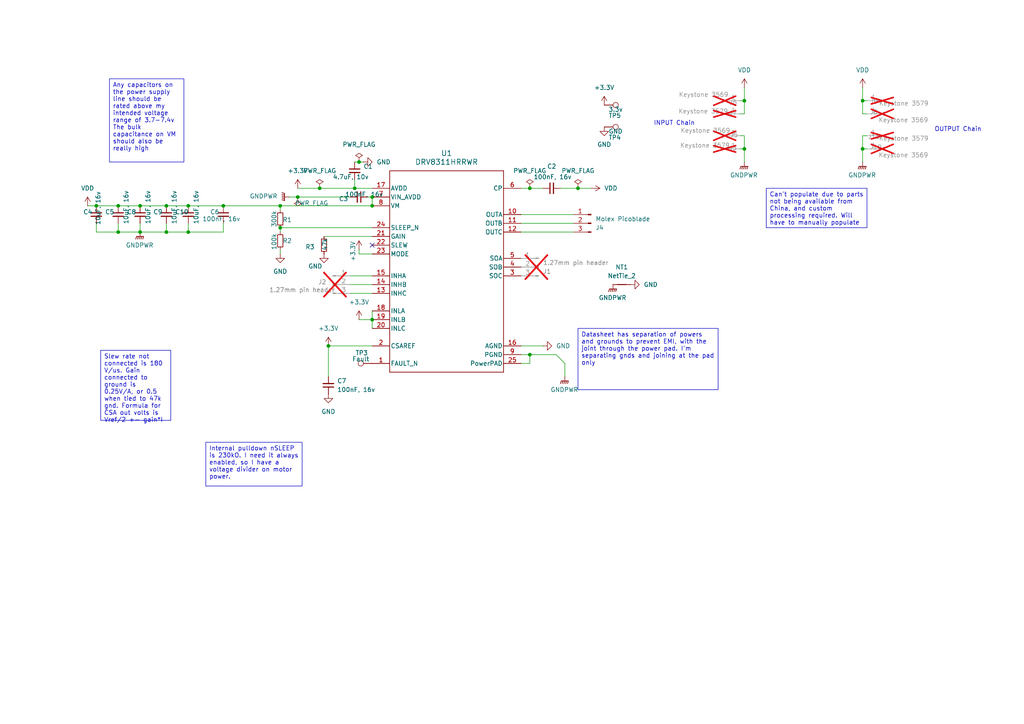
<source format=kicad_sch>
(kicad_sch (version 20231120) (generator "eeschema") (generator_version "8.0")
  (paper "A4")
  (title_block (date "2024-08-17") (rev "V1"))
  (lib_symbols
    (symbol "Connector:Conn_01x01_Pin" (pin_names (offset 1.016) hide)
      (property "Reference" "J" (at 0 2.54 0))
      (property "Value" "Conn_01x01_Pin" (at 0 -2.54 0))
      (symbol "Conn_01x01_Pin_1_1"
        (polyline (pts (xy 1.27 0) (xy 0.8636 0)) (stroke (width 0.1524)))
        (rectangle (start 0.8636 0.127) (end 0 -0.127) (stroke (width 0.1524)) (fill (type outline)))
        (pin passive line (at 5.08 0 180) (length 3.81) (name "Pin_1") (number "1"))
      )
    )
    (symbol "Connector:Conn_01x01_Socket" (pin_names (offset 1.016) hide)
      (property "Reference" "J" (at 0 2.54 0))
      (property "Value" "Conn_01x01_Socket" (at 0 -2.54 0))
      (symbol "Conn_01x01_Socket_1_1"
        (polyline (pts (xy -1.27 0) (xy -0.508 0)) (stroke (width 0.1524)))
        (arc (start 0 0.508) (mid -0.5058 0) (end 0 -0.508) (stroke (width 0.1524)))
        (pin passive line (at -5.08 0 0) (length 3.81) (name "Pin_1") (number "1"))
      )
    )
    (symbol "Connector:Conn_01x03_Pin" (pin_names (offset 1.016) hide)
      (property "Reference" "J" (at 0 5.08 0))
      (property "Value" "Conn_01x03_Pin" (at 0 -5.08 0))
      (symbol "Conn_01x03_Pin_1_1"
        (polyline (pts (xy 1.27 -2.54) (xy 0.8636 -2.54)) (stroke (width 0.1524)))
        (polyline (pts (xy 1.27 0) (xy 0.8636 0)) (stroke (width 0.1524)))
        (polyline (pts (xy 1.27 2.54) (xy 0.8636 2.54)) (stroke (width 0.1524)))
        (rectangle (start 0.8636 -2.413) (end 0 -2.667) (stroke (width 0.1524)) (fill (type outline)))
        (rectangle (start 0.8636 0.127) (end 0 -0.127) (stroke (width 0.1524)) (fill (type outline)))
        (rectangle (start 0.8636 2.667) (end 0 2.413) (stroke (width 0.1524)) (fill (type outline)))
        (pin passive line (at 5.08 2.54 180) (length 3.81) (name "Pin_1") (number "1"))
        (pin passive line (at 5.08 0 180) (length 3.81) (name "Pin_2") (number "2"))
        (pin passive line (at 5.08 -2.54 180) (length 3.81) (name "Pin_3") (number "3"))
      )
    )
    (symbol "Connector:TestPoint" (pin_numbers hide) (pin_names (offset 0.762) hide)
      (property "Reference" "TP" (at 0 6.858 0))
      (property "Value" "TestPoint" (at 0 5.08 0))
      (symbol "TestPoint_0_1"
        (circle (center 0 3.302) (radius 0.762))
      )
      (symbol "TestPoint_1_1"
        (pin passive line (at 0 0 90) (length 2.54) (name "1") (number "1"))
      )
    )
    (symbol "Device:C_Small" (pin_numbers hide) (pin_names (offset 0.254) hide)
      (property "Reference" "C" (at 0.254 1.778 0))
      (property "Value" "C_Small" (at 0.254 -2.032 0))
      (symbol "C_Small_0_1"
        (polyline (pts (xy -1.524 -0.508) (xy 1.524 -0.508)) (stroke (width 0.3302)))
        (polyline (pts (xy -1.524 0.508) (xy 1.524 0.508)) (stroke (width 0.3048)))
      )
      (symbol "C_Small_1_1"
        (pin passive line (at 0 2.54 270) (length 2.032) (name "~") (number "1"))
        (pin passive line (at 0 -2.54 90) (length 2.032) (name "~") (number "2"))
      )
    )
    (symbol "Device:NetTie_2" (pin_numbers hide) (pin_names (offset 0) hide) (in_bom no)
      (property "Reference" "NT" (at 0 1.27 0))
      (property "Value" "NetTie_2" (at 0 -1.27 0))
      (symbol "NetTie_2_0_1"
        (polyline (pts (xy -1.27 0) (xy 1.27 0)) (stroke (width 0.254)))
      )
      (symbol "NetTie_2_1_1"
        (pin passive line (at -2.54 0 0) (length 2.54) (name "1") (number "1"))
        (pin passive line (at 2.54 0 180) (length 2.54) (name "2") (number "2"))
      )
    )
    (symbol "Device:R_Small" (pin_numbers hide) (pin_names (offset 0.254) hide)
      (property "Reference" "R" (at 0.762 0.508 0))
      (property "Value" "R_Small" (at 0.762 -1.016 0))
      (symbol "R_Small_0_1"
        (rectangle (start -0.762 1.778) (end 0.762 -1.778) (stroke (width 0.2032)))
      )
      (symbol "R_Small_1_1"
        (pin passive line (at 0 2.54 270) (length 0.762) (name "~") (number "1"))
        (pin passive line (at 0 -2.54 90) (length 0.762) (name "~") (number "2"))
      )
    )
    (symbol "custom_Driver_Motor:DRV8311HRRWR" (pin_names (offset 0.254))
      (property "Reference" "U" (at 21.59 -2.794 0))
      (property "Value" "DRV8311HRRWR" (at 21.082 -22.352 0))
      (symbol "DRV8311HRRWR_0_1"
        (polyline (pts (xy 5.08 -53.34) (xy 38.1 -53.34)) (stroke (width 0.2032)))
        (polyline (pts (xy 5.08 5.08) (xy 5.08 -53.34)) (stroke (width 0.2032)))
        (polyline (pts (xy 38.1 -53.34) (xy 38.1 5.08)) (stroke (width 0.2032)))
        (polyline (pts (xy 38.1 5.08) (xy 5.08 5.08)) (stroke (width 0.2032)))
        (pin open_collector line (at 0 -50.8 0) (length 5.08) (name "FAULT_N") (number "1"))
        (pin input line (at 0 -30.48 0) (length 5.08) (name "INHC") (number "13"))
        (pin input line (at 0 -27.94 0) (length 5.08) (name "INHB") (number "14"))
        (pin input line (at 0 -25.4 0) (length 5.08) (name "INHA") (number "15"))
        (pin power_in line (at 43.18 -45.72 180) (length 5.08) (name "AGND") (number "16"))
        (pin power_in line (at 0 0 0) (length 5.08) (name "AVDD") (number "17"))
        (pin input line (at 0 -35.56 0) (length 5.08) (name "INLA") (number "18"))
        (pin input line (at 0 -38.1 0) (length 5.08) (name "INLB") (number "19"))
        (pin power_in line (at 0 -45.72 0) (length 5.08) (name "CSAREF") (number "2"))
        (pin input line (at 0 -40.64 0) (length 5.08) (name "INLC") (number "20"))
        (pin input line (at 0 -13.97 0) (length 5.08) (name "GAIN") (number "21"))
        (pin input line (at 0 -16.51 0) (length 5.08) (name "SLEW") (number "22"))
        (pin input line (at 0 -19.05 0) (length 5.08) (name "MODE") (number "23"))
        (pin input line (at 0 -11.43 0) (length 5.08) (name "SLEEP_N") (number "24"))
        (pin power_in line (at 43.18 -50.8 180) (length 5.08) (name "PowerPAD") (number "25"))
        (pin power_in line (at 43.18 0 180) (length 5.08) (name "CP") (number "6"))
        (pin power_in line (at 0 -2.54 0) (length 5.08) (name "VIN_AVDD") (number "7"))
        (pin power_in line (at 0 -5.08 0) (length 5.08) (name "VM") (number "8"))
        (pin power_in line (at 43.18 -48.26 180) (length 5.08) (name "PGND") (number "9"))
      )
      (symbol "DRV8311HRRWR_1_1"
        (pin output line (at 43.18 -7.62 180) (length 5.08) (name "OUTA") (number "10"))
        (pin output line (at 43.18 -10.16 180) (length 5.08) (name "OUTB") (number "11"))
        (pin output line (at 43.18 -12.7 180) (length 5.08) (name "OUTC") (number "12"))
        (pin output line (at 43.18 -25.4 180) (length 5.08) (name "SOC") (number "3"))
        (pin output line (at 43.18 -22.86 180) (length 5.08) (name "SOB") (number "4"))
        (pin output line (at 43.18 -20.32 180) (length 5.08) (name "SOA") (number "5"))
      )
    )
    (symbol "power:+3.3V" (power) (pin_numbers hide) (pin_names (offset 0) hide)
      (property "Value" "+3.3V" (at 0 3.556 0))
      (symbol "+3.3V_0_1"
        (polyline (pts (xy -0.762 1.27) (xy 0 2.54)))
        (polyline (pts (xy 0 0) (xy 0 2.54)))
        (polyline (pts (xy 0 2.54) (xy 0.762 1.27)))
      )
      (symbol "+3.3V_1_1"
        (pin power_in line (at 0 0 90) (length 0) (name "~") (number "1"))
      )
    )
    (symbol "power:GND" (power) (pin_numbers hide) (pin_names (offset 0) hide)
      (property "Value" "GND" (at 0 -3.81 0))
      (symbol "GND_0_1"
        (polyline (pts (xy 0 0) (xy 0 -1.27) (xy 1.27 -1.27) (xy 0 -2.54) (xy -1.27 -1.27) (xy 0 -1.27)))
      )
      (symbol "GND_1_1"
        (pin power_in line (at 0 0 270) (length 0) (name "~") (number "1"))
      )
    )
    (symbol "power:GNDPWR" (power) (pin_numbers hide) (pin_names (offset 0) hide)
      (property "Value" "GNDPWR" (at 0 -3.302 0))
      (symbol "GNDPWR_0_1"
        (polyline (pts (xy 0 -1.27) (xy 0 0)))
        (polyline (pts (xy -1.016 -1.27) (xy -1.27 -2.032) (xy -1.27 -2.032)) (stroke (width 0.2032)))
        (polyline (pts (xy -0.508 -1.27) (xy -0.762 -2.032) (xy -0.762 -2.032)) (stroke (width 0.2032)))
        (polyline (pts (xy 0 -1.27) (xy -0.254 -2.032) (xy -0.254 -2.032)) (stroke (width 0.2032)))
        (polyline (pts (xy 0.508 -1.27) (xy 0.254 -2.032) (xy 0.254 -2.032)) (stroke (width 0.2032)))
        (polyline (pts (xy 1.016 -1.27) (xy -1.016 -1.27) (xy -1.016 -1.27)) (stroke (width 0.2032)))
        (polyline (pts (xy 1.016 -1.27) (xy 0.762 -2.032) (xy 0.762 -2.032) (xy 0.762 -2.032)) (stroke (width 0.2032)))
      )
      (symbol "GNDPWR_1_1"
        (pin power_in line (at 0 0 270) (length 0) (name "~") (number "1"))
      )
    )
    (symbol "power:PWR_FLAG" (power) (pin_numbers hide) (pin_names (offset 0) hide)
      (property "Value" "PWR_FLAG" (at 0 3.81 0))
      (symbol "PWR_FLAG_0_0"
        (pin power_out line (at 0 0 90) (length 0) (name "~") (number "1"))
      )
      (symbol "PWR_FLAG_0_1"
        (polyline (pts (xy 0 0) (xy 0 1.27) (xy -1.016 1.905) (xy 0 2.54) (xy 1.016 1.905) (xy 0 1.27)))
      )
    )
    (symbol "power:VDD" (power) (pin_numbers hide) (pin_names (offset 0) hide)
      (property "Value" "VDD" (at 0 3.556 0))
      (symbol "VDD_0_1"
        (polyline (pts (xy -0.762 1.27) (xy 0 2.54)))
        (polyline (pts (xy 0 0) (xy 0 2.54)))
        (polyline (pts (xy 0 2.54) (xy 0.762 1.27)))
      )
      (symbol "VDD_1_1"
        (pin power_in line (at 0 0 90) (length 0) (name "~") (number "1"))
      )
    )
  )
  (junction (at 48.26 59.69))
  (junction (at 64.77 59.69))
  (junction (at 107.95 59.69))
  (junction (at 86.36 57.15))
  (junction (at 250.19 29.21))
  (junction (at 215.9 43.18))
  (junction (at 54.61 59.69))
  (junction (at 40.64 67.31))
  (junction (at 102.87 54.61))
  (junction (at 48.26 67.31))
  (junction (at 92.71 54.61))
  (junction (at 27.94 59.69))
  (junction (at 107.95 92.71))
  (junction (at 215.9 29.21))
  (junction (at 153.67 102.87))
  (junction (at 153.67 54.61))
  (junction (at 40.64 59.69))
  (junction (at 34.29 67.31))
  (junction (at 250.19 43.18))
  (junction (at 167.64 54.61))
  (junction (at 107.95 57.15))
  (junction (at 104.14 46.99))
  (junction (at 54.61 67.31))
  (junction (at 95.25 100.33))
  (junction (at 81.28 59.69))
  (junction (at 81.28 66.04))
  (junction (at 34.29 59.69))
  (no_connect (at 107.95 71.12))
  (wire (pts (xy 153.67 54.61) (xy 157.48 54.61)))
  (wire (pts (xy 104.14 92.71) (xy 107.95 92.71)))
  (wire (pts (xy 215.9 43.18) (xy 215.9 46.99)))
  (wire (pts (xy 48.26 64.77) (xy 48.26 67.31)))
  (wire (pts (xy 92.71 54.61) (xy 102.87 54.61)))
  (wire (pts (xy 27.94 67.31) (xy 27.94 64.77)))
  (wire (pts (xy 153.67 102.87) (xy 153.67 105.41)))
  (wire (pts (xy 64.77 59.69) (xy 81.28 59.69)))
  (wire (pts (xy 107.95 90.17) (xy 107.95 92.71)))
  (wire (pts (xy 81.28 72.39) (xy 81.28 73.66)))
  (wire (pts (xy 40.64 64.77) (xy 40.64 67.31)))
  (wire (pts (xy 153.67 102.87) (xy 161.29 102.87)))
  (wire (pts (xy 151.13 62.23) (xy 166.37 62.23)))
  (wire (pts (xy 86.36 57.15) (xy 101.6 57.15)))
  (wire (pts (xy 27.94 67.31) (xy 34.29 67.31)))
  (wire (pts (xy 54.61 67.31) (xy 48.26 67.31)))
  (wire (pts (xy 54.61 64.77) (xy 54.61 67.31)))
  (wire (pts (xy 250.19 29.21) (xy 251.46 29.21)))
  (wire (pts (xy 102.87 54.61) (xy 102.87 52.07)))
  (wire (pts (xy 215.9 33.02) (xy 214.63 33.02)))
  (wire (pts (xy 34.29 67.31) (xy 34.29 64.77)))
  (wire (pts (xy 250.19 25.4) (xy 250.19 29.21)))
  (wire (pts (xy 214.63 39.37) (xy 215.9 39.37)))
  (wire (pts (xy 34.29 67.31) (xy 40.64 67.31)))
  (wire (pts (xy 107.95 57.15) (xy 107.95 59.69)))
  (wire (pts (xy 250.19 39.37) (xy 250.19 43.18)))
  (wire (pts (xy 27.94 59.69) (xy 34.29 59.69)))
  (wire (pts (xy 81.28 66.04) (xy 81.28 67.31)))
  (wire (pts (xy 64.77 67.31) (xy 54.61 67.31)))
  (wire (pts (xy 104.14 73.66) (xy 104.14 72.39)))
  (wire (pts (xy 86.36 54.61) (xy 92.71 54.61)))
  (wire (pts (xy 64.77 64.77) (xy 64.77 67.31)))
  (wire (pts (xy 214.63 43.18) (xy 215.9 43.18)))
  (wire (pts (xy 81.28 66.04) (xy 107.95 66.04)))
  (wire (pts (xy 215.9 29.21) (xy 215.9 33.02)))
  (wire (pts (xy 107.95 92.71) (xy 107.95 95.25)))
  (wire (pts (xy 161.29 102.87) (xy 163.83 105.41)))
  (wire (pts (xy 151.13 54.61) (xy 153.67 54.61)))
  (wire (pts (xy 250.19 43.18) (xy 250.19 46.99)))
  (wire (pts (xy 167.64 54.61) (xy 171.45 54.61)))
  (wire (pts (xy 215.9 25.4) (xy 215.9 29.21)))
  (wire (pts (xy 250.19 29.21) (xy 250.19 33.02)))
  (wire (pts (xy 250.19 33.02) (xy 251.46 33.02)))
  (wire (pts (xy 40.64 59.69) (xy 48.26 59.69)))
  (wire (pts (xy 151.13 64.77) (xy 166.37 64.77)))
  (wire (pts (xy 105.41 46.99) (xy 104.14 46.99)))
  (wire (pts (xy 104.14 46.99) (xy 102.87 46.99)))
  (wire (pts (xy 101.6 85.09) (xy 107.95 85.09)))
  (wire (pts (xy 104.14 73.66) (xy 107.95 73.66)))
  (wire (pts (xy 162.56 54.61) (xy 167.64 54.61)))
  (wire (pts (xy 251.46 39.37) (xy 250.19 39.37)))
  (wire (pts (xy 86.36 57.15) (xy 83.82 57.15)))
  (wire (pts (xy 107.95 100.33) (xy 95.25 100.33)))
  (wire (pts (xy 48.26 59.69) (xy 54.61 59.69)))
  (wire (pts (xy 102.87 54.61) (xy 107.95 54.61)))
  (wire (pts (xy 250.19 43.18) (xy 251.46 43.18)))
  (wire (pts (xy 106.68 57.15) (xy 107.95 57.15)))
  (wire (pts (xy 34.29 59.69) (xy 40.64 59.69)))
  (wire (pts (xy 151.13 102.87) (xy 153.67 102.87)))
  (wire (pts (xy 93.98 68.58) (xy 107.95 68.58)))
  (wire (pts (xy 81.28 59.69) (xy 81.28 60.96)))
  (wire (pts (xy 107.95 82.55) (xy 101.6 82.55)))
  (wire (pts (xy 40.64 67.31) (xy 48.26 67.31)))
  (wire (pts (xy 25.4 59.69) (xy 27.94 59.69)))
  (wire (pts (xy 215.9 39.37) (xy 215.9 43.18)))
  (wire (pts (xy 151.13 105.41) (xy 153.67 105.41)))
  (wire (pts (xy 163.83 105.41) (xy 163.83 109.22)))
  (wire (pts (xy 54.61 59.69) (xy 64.77 59.69)))
  (wire (pts (xy 151.13 100.33) (xy 157.48 100.33)))
  (wire (pts (xy 95.25 100.33) (xy 95.25 109.22)))
  (wire (pts (xy 214.63 29.21) (xy 215.9 29.21)))
  (wire (pts (xy 81.28 59.69) (xy 107.95 59.69)))
  (wire (pts (xy 107.95 80.01) (xy 101.6 80.01)))
  (wire (pts (xy 151.13 67.31) (xy 166.37 67.31)))
  (text_box "Internal pulldown nSLEEP is 230kO. I need it always enabled, so I have a voltage divider on motor power." (at 59.69 128.27 0) (size 27.94 12.7) (effects (font (size 1.27 1.27)) (justify left top)))
  (text_box "Can't populate due to parts not being available from China, and custom processing required. Will have to manually populate" (at 222.25 54.61 0) (size 29.21 11.43) (effects (font (size 1.27 1.27)) (justify left top)))
  (text_box "Slew rate not connected is 180 V/us. Gain connected to ground is 0.25V/A, or 0.5 when tied to 47k gnd. Formula for CSA out volts is Vref/2 +- gain*I" (at 29.21 101.6 0) (size 20.32 20.32) (effects (font (size 1.27 1.27)) (justify left top)))
  (text_box "Datasheet has separation of powers and grounds to prevent EMI, with the joint through the power pad. I'm separating gnds and joining at the pad only" (at 167.64 95.25 0) (size 40.64 17.78) (effects (font (size 1.27 1.27)) (justify left top)))
  (text_box "Any capacitors on the power supply line should be rated above my intended voltage range of 3.7-7.4v\nThe bulk capacitance on VM should also be really high" (at 31.75 22.86 0) (size 21.59 24.13) (effects (font (size 1.27 1.27)) (justify left top)))
  (text "INPUT Chain" (at 195.58 35.814 0) (effects (font (size 1.27 1.27))))
  (text "OUTPUT Chain" (at 277.876 37.592 0) (effects (font (size 1.27 1.27))))
  (symbol (lib_id "power:GNDPWR") (at 177.8 82.55 0) (unit 1)
    (property "Reference" "#PWR021" (effects (hide yes)))
    (property "Value" "GNDPWR" (at 177.673 86.36 0))
    (property "Description" "Power symbol creates a global label with name \"GNDPWR\" , global ground" (effects (hide yes)))
  )
  (symbol (lib_id "Device:C_Small") (at 95.25 111.76 180) (unit 1)
    (property "Reference" "C7" (at 97.79 110.4835 0) (effects (justify right)))
    (property "Value" "100nF, 16v" (at 97.79 113.0235 0) (effects (justify right)))
    (property "Footprint" "Capacitor_SMD:C_0402_1005Metric" (effects (hide yes)))
    (property "Description" "Unpolarized capacitor, small symbol" (effects (hide yes)))
  )
  (symbol (lib_id "power:GNDPWR") (at 250.19 46.99 0) (unit 1)
    (property "Reference" "#PWR020" (effects (hide yes)))
    (property "Value" "GNDPWR" (at 250.063 50.8 0))
    (property "Description" "Power symbol creates a global label with name \"GNDPWR\" , global ground" (effects (hide yes)))
  )
  (symbol (lib_id "power:+3.3V") (at 104.14 92.71 0) (unit 1)
    (property "Reference" "#PWR011" (effects (hide yes)))
    (property "Value" "+3.3V" (at 104.14 87.63 0))
    (property "Description" "Power symbol creates a global label with name \"+3.3V\"" (effects (hide yes)))
  )
  (symbol (lib_id "Connector:Conn_01x01_Pin") (at 209.55 33.02 0) (unit 1) (dnp yes)
    (property "Reference" "J7" (at 212.598 32.766 0))
    (property "Value" "Keystone 3579" (at 203.962 32.258 0))
    (property "Footprint" "custom_Connector:Keystone_3579" (effects (hide yes)))
    (property "Description" "Generic connector, single row, 01x01, script generated" (effects (hide yes)))
  )
  (symbol (lib_id "power:PWR_FLAG") (at 86.36 57.15 180) (unit 1)
    (property "Reference" "#FLG01" (effects (hide yes)))
    (property "Value" "PWR_FLAG" (at 95.25 58.928 0) (effects (justify left)))
    (property "Description" "Special symbol for telling ERC where power comes from" (effects (hide yes)))
  )
  (symbol (lib_id "power:GND") (at 95.25 114.3 0) (unit 1)
    (property "Reference" "#PWR014" (effects (hide yes)))
    (property "Value" "GND" (at 95.25 119.38 0))
    (property "Description" "Power symbol creates a global label with name \"GND\" , ground" (effects (hide yes)))
  )
  (symbol (lib_id "Device:R_Small") (at 93.98 71.12 180) (unit 1)
    (property "Reference" "R3" (at 89.916 71.628 0))
    (property "Value" "47k" (at 94.234 70.866 90))
    (property "Footprint" "Resistor_SMD:R_0402_1005Metric" (effects (hide yes)))
    (property "Description" "Resistor, small symbol" (effects (hide yes)))
  )
  (symbol (lib_id "power:PWR_FLAG") (at 104.14 46.99 0) (unit 1)
    (property "Reference" "#FLG05" (effects (hide yes)))
    (property "Value" "PWR_FLAG" (at 104.14 41.91 0))
    (property "Description" "Special symbol for telling ERC where power comes from" (effects (hide yes)))
  )
  (symbol (lib_id "Device:C_Small") (at 102.87 49.53 0) (unit 1)
    (property "Reference" "C1" (at 105.41 48.2662 0) (effects (justify left)))
    (property "Value" "4.7uF, 10v" (at 96.52 51.308 0) (effects (justify left)))
    (property "Footprint" "Capacitor_SMD:C_0402_1005Metric" (effects (hide yes)))
    (property "Description" "Unpolarized capacitor, small symbol" (effects (hide yes)))
  )
  (symbol (lib_id "Device:C_Small") (at 40.64 62.23 0) (unit 1)
    (property "Reference" "C8" (at 36.83 61.468 0) (effects (justify left)))
    (property "Value" "10uF, 16v" (at 42.926 65.024 90) (effects (justify left)))
    (property "Footprint" "Capacitor_SMD:C_0603_1608Metric" (effects (hide yes)))
    (property "Description" "Unpolarized capacitor, small symbol" (effects (hide yes)))
  )
  (symbol (lib_id "power:GNDPWR") (at 40.64 67.31 0) (unit 1)
    (property "Reference" "#PWR016" (effects (hide yes)))
    (property "Value" "GNDPWR" (at 40.513 71.12 0))
    (property "Description" "Power symbol creates a global label with name \"GNDPWR\" , global ground" (effects (hide yes)))
  )
  (symbol (lib_id "Connector:TestPoint") (at 175.26 36.83 270) (unit 1) (in_bom no)
    (property "Reference" "TP4" (at 178.308 39.878 90))
    (property "Value" "GND" (at 178.562 38.1 90))
    (property "Footprint" "TestPoint:TestPoint_Pad_D1.0mm" (effects (hide yes)))
    (property "Description" "test point" (effects (hide yes)))
  )
  (symbol (lib_id "Connector:Conn_01x01_Pin") (at 256.54 29.21 180) (unit 1) (dnp yes)
    (property "Reference" "J9" (at 253.492 29.464 0))
    (property "Value" "Keystone 3579" (at 262.128 29.972 0))
    (property "Footprint" "custom_Connector:Keystone_3579" (effects (hide yes)))
    (property "Description" "Generic connector, single row, 01x01, script generated" (effects (hide yes)))
  )
  (symbol (lib_id "Device:C_Small") (at 34.29 62.23 0) (unit 1)
    (property "Reference" "C5" (at 30.48 61.468 0) (effects (justify left)))
    (property "Value" "10uF, 16v" (at 36.576 65.024 90) (effects (justify left)))
    (property "Footprint" "Capacitor_SMD:C_0603_1608Metric" (effects (hide yes)))
    (property "Description" "Unpolarized capacitor, small symbol" (effects (hide yes)))
  )
  (symbol (lib_id "Connector:Conn_01x01_Pin") (at 209.55 43.18 0) (unit 1) (dnp yes)
    (property "Reference" "J3" (at 212.598 42.926 0))
    (property "Value" "Keystone 3579" (at 204.47 42.164 0))
    (property "Footprint" "custom_Connector:Keystone_3579" (effects (hide yes)))
    (property "Description" "Generic connector, single row, 01x01, script generated" (effects (hide yes)))
  )
  (symbol (lib_id "Connector:Conn_01x03_Pin") (at 171.45 64.77 0) (mirror y) (unit 1)
    (property "Reference" "J4" (at 172.72 66.0401 0) (effects (justify right)))
    (property "Value" "Molex Picoblade" (at 172.72 63.5001 0) (effects (justify right)))
    (property "Footprint" "Connector_Molex:Molex_PicoBlade_53048-0310_1x03_P1.25mm_Horizontal" (effects (hide yes)))
    (property "Description" "Generic connector, single row, 01x03, script generated" (effects (hide yes)))
  )
  (symbol (lib_id "power:GND") (at 81.28 73.66 0) (unit 1)
    (property "Reference" "#PWR010" (effects (hide yes)))
    (property "Value" "GND" (at 81.28 78.74 0))
    (property "Description" "Power symbol creates a global label with name \"GND\" , ground" (effects (hide yes)))
  )
  (symbol (lib_id "Device:C_Small") (at 48.26 62.23 0) (unit 1)
    (property "Reference" "C9" (at 44.45 61.468 0) (effects (justify left)))
    (property "Value" "10uF, 16v" (at 50.546 65.024 90) (effects (justify left)))
    (property "Footprint" "Capacitor_SMD:C_0603_1608Metric" (effects (hide yes)))
    (property "Description" "Unpolarized capacitor, small symbol" (effects (hide yes)))
  )
  (symbol (lib_id "power:GND") (at 175.26 36.83 0) (unit 1)
    (property "Reference" "#PWR017" (effects (hide yes)))
    (property "Value" "GND" (at 175.26 41.91 0))
    (property "Description" "Power symbol creates a global label with name \"GND\" , ground" (effects (hide yes)))
  )
  (symbol (lib_id "power:PWR_FLAG") (at 92.71 54.61 0) (unit 1)
    (property "Reference" "#FLG02" (effects (hide yes)))
    (property "Value" "PWR_FLAG" (at 92.71 49.53 0))
    (property "Description" "Special symbol for telling ERC where power comes from" (effects (hide yes)))
  )
  (symbol (lib_id "power:VDD") (at 25.4 59.69 0) (unit 1)
    (property "Reference" "#PWR04" (effects (hide yes)))
    (property "Value" "VDD" (at 25.4 54.61 0))
    (property "Description" "Power symbol creates a global label with name \"VDD\"" (effects (hide yes)))
  )
  (symbol (lib_id "Connector:Conn_01x03_Pin") (at 156.21 77.47 0) (mirror y) (unit 1) (dnp yes)
    (property "Reference" "J1" (at 157.48 78.7401 0) (effects (justify right)))
    (property "Value" "1.27mm pin header" (at 157.48 76.2001 0) (effects (justify right)))
    (property "Footprint" "Connector_PinHeader_1.27mm:PinHeader_1x03_P1.27mm_Horizontal" (effects (hide yes)))
    (property "Description" "Generic connector, single row, 01x03, script generated" (effects (hide yes)))
  )
  (symbol (lib_id "Connector:Conn_01x01_Socket") (at 209.55 29.21 180) (unit 1) (dnp yes)
    (property "Reference" "J6" (at 213.868 29.718 0) (effects (justify left)))
    (property "Value" "Keystone 3569" (at 211.328 27.432 0) (effects (justify left)))
    (property "Footprint" "custom_Connector:Keystone_3569_half" (effects (hide yes)))
    (property "Description" "Generic connector, single row, 01x01, script generated" (effects (hide yes)))
  )
  (symbol (lib_id "power:GNDPWR") (at 163.83 109.22 0) (unit 1)
    (property "Reference" "#PWR015" (effects (hide yes)))
    (property "Value" "GNDPWR" (at 163.703 113.03 0))
    (property "Description" "Power symbol creates a global label with name \"GNDPWR\" , global ground" (effects (hide yes)))
  )
  (symbol (lib_id "power:PWR_FLAG") (at 167.64 54.61 0) (unit 1)
    (property "Reference" "#FLG04" (effects (hide yes)))
    (property "Value" "PWR_FLAG" (at 167.64 49.53 0))
    (property "Description" "Special symbol for telling ERC where power comes from" (effects (hide yes)))
  )
  (symbol (lib_id "Device:C_Small") (at 27.94 62.23 0) (unit 1)
    (property "Reference" "C4" (at 24.13 61.468 0) (effects (justify left)))
    (property "Value" "10uF, 16v" (at 28.448 65.278 90) (effects (justify left)))
    (property "Footprint" "Capacitor_SMD:C_0603_1608Metric" (effects (hide yes)))
    (property "Description" "Unpolarized capacitor, small symbol" (effects (hide yes)))
  )
  (symbol (lib_id "Device:C_Small") (at 104.14 57.15 270) (unit 1)
    (property "Reference" "C3" (at 98.298 57.658 90) (effects (justify left)))
    (property "Value" "100nF, 16v" (at 100.076 56.388 90) (effects (justify left)))
    (property "Footprint" "Capacitor_SMD:C_0402_1005Metric" (effects (hide yes)))
    (property "Description" "Unpolarized capacitor, small symbol" (effects (hide yes)))
  )
  (symbol (lib_id "power:+3.3V") (at 104.14 72.39 0) (unit 1)
    (property "Reference" "#PWR09" (effects (hide yes)))
    (property "Value" "+3.3V" (at 102.362 72.898 90))
    (property "Description" "Power symbol creates a global label with name \"+3.3V\"" (effects (hide yes)))
  )
  (symbol (lib_id "custom_Driver_Motor:DRV8311HRRWR") (at 107.95 54.61 0) (unit 1)
    (property "Reference" "U1" (at 129.54 44.45 0) (effects (font (size 1.524 1.524))))
    (property "Value" "DRV8311HRRWR" (at 129.54 46.99 0) (effects (font (size 1.524 1.524))))
    (property "Footprint" "custom_Driver_Motor:DRV8311_0.3mmVias" (effects (hide yes)))
    (property "Datasheet" "https://www.ti.com/lit/ds/symlink/drv8311.pdf" (effects (hide yes)))
    (property "Description" "24-V abs max, 3 to 20-V, 5A, three-phase brushless-DC motor driver with integrated FETs" (effects (hide yes)))
  )
  (symbol (lib_id "power:VDD") (at 171.45 54.61 270) (unit 1)
    (property "Reference" "#PWR03" (effects (hide yes)))
    (property "Value" "VDD" (at 175.26 54.6099 90) (effects (justify left)))
    (property "Description" "Power symbol creates a global label with name \"VDD\"" (effects (hide yes)))
  )
  (symbol (lib_id "Device:C_Small") (at 54.61 62.23 0) (unit 1)
    (property "Reference" "C10" (at 50.8 61.468 0) (effects (justify left)))
    (property "Value" "10uF, 16v" (at 56.896 65.024 90) (effects (justify left)))
    (property "Footprint" "Capacitor_SMD:C_0603_1608Metric" (effects (hide yes)))
    (property "Description" "Unpolarized capacitor, small symbol" (effects (hide yes)))
  )
  (symbol (lib_id "power:GNDPWR") (at 83.82 57.15 270) (unit 1)
    (property "Reference" "#PWR05" (effects (hide yes)))
    (property "Value" "GNDPWR" (at 76.454 56.896 90))
    (property "Description" "Power symbol creates a global label with name \"GNDPWR\" , global ground" (effects (hide yes)))
  )
  (symbol (lib_id "power:+3.3V") (at 86.36 54.61 0) (unit 1)
    (property "Reference" "#PWR02" (effects (hide yes)))
    (property "Value" "+3.3V" (at 86.36 49.53 0))
    (property "Description" "Power symbol creates a global label with name \"+3.3V\"" (effects (hide yes)))
  )
  (symbol (lib_id "power:GND") (at 105.41 46.99 90) (unit 1)
    (property "Reference" "#PWR01" (effects (hide yes)))
    (property "Value" "GND" (at 109.22 46.9899 90) (effects (justify right)))
    (property "Description" "Power symbol creates a global label with name \"GND\" , ground" (effects (hide yes)))
  )
  (symbol (lib_id "Device:R_Small") (at 81.28 63.5 180) (unit 1)
    (property "Reference" "R1" (at 83.312 63.754 0))
    (property "Value" "300k" (at 79.502 63.5 90))
    (property "Footprint" "Resistor_SMD:R_0402_1005Metric" (effects (hide yes)))
    (property "Description" "Resistor, small symbol" (effects (hide yes)))
  )
  (symbol (lib_id "Connector:Conn_01x01_Pin") (at 256.54 39.37 180) (unit 1) (dnp yes)
    (property "Reference" "J11" (at 253.492 39.624 0))
    (property "Value" "Keystone 3579" (at 262.128 40.132 0))
    (property "Footprint" "custom_Connector:Keystone_3579" (effects (hide yes)))
    (property "Description" "Generic connector, single row, 01x01, script generated" (effects (hide yes)))
  )
  (symbol (lib_id "Connector:Conn_01x03_Pin") (at 96.52 82.55 0) (unit 1) (dnp yes)
    (property "Reference" "J2" (at 93.472 81.788 0))
    (property "Value" "1.27mm pin header" (at 87.63 84.074 0))
    (property "Footprint" "Connector_PinHeader_1.27mm:PinHeader_1x03_P1.27mm_Horizontal" (effects (hide yes)))
    (property "Description" "Generic connector, single row, 01x03, script generated" (effects (hide yes)))
  )
  (symbol (lib_id "Device:NetTie_2") (at 180.34 82.55 0) (unit 1) (in_bom no)
    (property "Reference" "NT1" (at 180.34 77.47 0))
    (property "Value" "NetTie_2" (at 180.34 80.01 0))
    (property "Footprint" "custom_Connector:NetTie-2_SMD_Pad0.2mm" (effects (hide yes)))
    (property "Description" "Net tie, 2 pins" (effects (hide yes)))
  )
  (symbol (lib_id "Device:C_Small") (at 160.02 54.61 90) (unit 1)
    (property "Reference" "C2" (at 160.0263 48.26 90))
    (property "Value" "100nF, 16v" (at 160.274 51.308 90))
    (property "Footprint" "Capacitor_SMD:C_0603_1608Metric" (effects (hide yes)))
    (property "Description" "Unpolarized capacitor, small symbol" (effects (hide yes)))
  )
  (symbol (lib_id "power:+3.3V") (at 95.25 100.33 0) (unit 1)
    (property "Reference" "#PWR012" (effects (hide yes)))
    (property "Value" "+3.3V" (at 95.25 95.25 0))
    (property "Description" "Power symbol creates a global label with name \"+3.3V\"" (effects (hide yes)))
  )
  (symbol (lib_id "Device:C_Small") (at 64.77 62.23 0) (unit 1)
    (property "Reference" "C6" (at 60.96 61.468 0) (effects (justify left)))
    (property "Value" "100nF, 16v" (at 58.674 63.5 0) (effects (justify left)))
    (property "Footprint" "Capacitor_SMD:C_0603_1608Metric" (effects (hide yes)))
    (property "Description" "Unpolarized capacitor, small symbol" (effects (hide yes)))
  )
  (symbol (lib_id "power:VDD") (at 250.19 25.4 0) (unit 1)
    (property "Reference" "#PWR019" (effects (hide yes)))
    (property "Value" "VDD" (at 250.19 20.32 0))
    (property "Description" "Power symbol creates a global label with name \"VDD\"" (effects (hide yes)))
  )
  (symbol (lib_id "Connector:Conn_01x01_Socket") (at 209.55 39.37 180) (unit 1) (dnp yes)
    (property "Reference" "J5" (at 214.122 39.116 0) (effects (justify left)))
    (property "Value" "Keystone 3569" (at 211.836 37.846 0) (effects (justify left)))
    (property "Footprint" "custom_Connector:Keystone_3569_half" (effects (hide yes)))
    (property "Description" "Generic connector, single row, 01x01, script generated" (effects (hide yes)))
  )
  (symbol (lib_id "power:GND") (at 157.48 100.33 90) (unit 1)
    (property "Reference" "#PWR013" (effects (hide yes)))
    (property "Value" "GND" (at 161.29 100.3299 90) (effects (justify right)))
    (property "Description" "Power symbol creates a global label with name \"GND\" , ground" (effects (hide yes)))
  )
  (symbol (lib_id "power:GNDPWR") (at 215.9 46.99 0) (unit 1)
    (property "Reference" "#PWR08" (effects (hide yes)))
    (property "Value" "GNDPWR" (at 215.773 50.8 0))
    (property "Description" "Power symbol creates a global label with name \"GNDPWR\" , global ground" (effects (hide yes)))
  )
  (symbol (lib_id "Connector:TestPoint") (at 107.95 105.41 90) (unit 1) (in_bom no)
    (property "Reference" "TP3" (at 104.902 102.362 90))
    (property "Value" "Fault" (at 104.648 104.14 90))
    (property "Footprint" "TestPoint:TestPoint_Pad_D1.0mm" (effects (hide yes)))
    (property "Description" "test point" (effects (hide yes)))
  )
  (symbol (lib_id "power:+3.3V") (at 175.26 30.48 0) (unit 1)
    (property "Reference" "#PWR07" (effects (hide yes)))
    (property "Value" "+3.3V" (at 175.26 25.4 0))
    (property "Description" "Power symbol creates a global label with name \"+3.3V\"" (effects (hide yes)))
  )
  (symbol (lib_id "Device:R_Small") (at 81.28 69.85 180) (unit 1)
    (property "Reference" "R2" (at 83.312 69.85 0))
    (property "Value" "100k" (at 79.502 70.104 90))
    (property "Footprint" "Resistor_SMD:R_0402_1005Metric" (effects (hide yes)))
    (property "Description" "Resistor, small symbol" (effects (hide yes)))
  )
  (symbol (lib_id "power:VDD") (at 215.9 25.4 0) (unit 1)
    (property "Reference" "#PWR06" (effects (hide yes)))
    (property "Value" "VDD" (at 215.9 20.32 0))
    (property "Description" "Power symbol creates a global label with name \"VDD\"" (effects (hide yes)))
  )
  (symbol (lib_id "power:GND") (at 182.88 82.55 90) (unit 1)
    (property "Reference" "#PWR022" (effects (hide yes)))
    (property "Value" "GND" (at 186.69 82.5499 90) (effects (justify right)))
    (property "Description" "Power symbol creates a global label with name \"GND\" , ground" (effects (hide yes)))
  )
  (symbol (lib_id "power:PWR_FLAG") (at 153.67 54.61 0) (unit 1)
    (property "Reference" "#FLG03" (effects (hide yes)))
    (property "Value" "PWR_FLAG" (at 153.67 49.53 0))
    (property "Description" "Special symbol for telling ERC where power comes from" (effects (hide yes)))
  )
  (symbol (lib_id "Connector:Conn_01x01_Socket") (at 256.54 43.18 0) (unit 1) (dnp yes)
    (property "Reference" "J10" (at 252.222 42.672 0) (effects (justify left)))
    (property "Value" "Keystone 3569" (at 254.762 44.958 0) (effects (justify left)))
    (property "Footprint" "custom_Connector:Keystone_3569_half" (effects (hide yes)))
    (property "Description" "Generic connector, single row, 01x01, script generated" (effects (hide yes)))
  )
  (symbol (lib_id "power:GND") (at 93.98 73.66 0) (unit 1)
    (property "Reference" "#PWR018" (effects (hide yes)))
    (property "Value" "GND" (at 91.44 77.216 0))
    (property "Description" "Power symbol creates a global label with name \"GND\" , ground" (effects (hide yes)))
  )
  (symbol (lib_id "Connector:TestPoint") (at 175.26 30.48 270) (unit 1) (in_bom no)
    (property "Reference" "TP5" (at 178.308 33.528 90))
    (property "Value" "3.3v" (at 178.562 31.75 90))
    (property "Footprint" "TestPoint:TestPoint_Pad_D1.0mm" (effects (hide yes)))
    (property "Description" "test point" (effects (hide yes)))
  )
  (symbol (lib_id "Connector:Conn_01x01_Socket") (at 256.54 33.02 0) (unit 1) (dnp yes)
    (property "Reference" "J8" (at 252.222 32.512 0) (effects (justify left)))
    (property "Value" "Keystone 3569" (at 254.762 34.798 0) (effects (justify left)))
    (property "Footprint" "custom_Connector:Keystone_3569_half" (effects (hide yes)))
    (property "Description" "Generic connector, single row, 01x01, script generated" (effects (hide yes)))
  )
)
</source>
